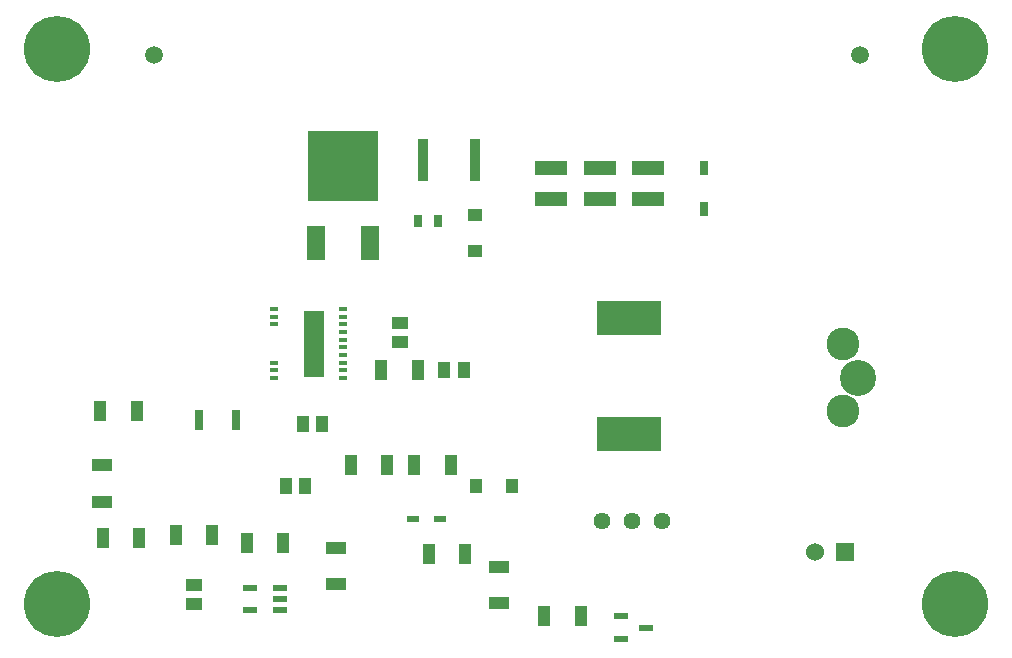
<source format=gbr>
%TF.GenerationSoftware,KiCad,Pcbnew,8.0.2*%
%TF.CreationDate,2024-09-30T17:14:49+02:00*%
%TF.ProjectId,Indicator_voltage,496e6469-6361-4746-9f72-5f766f6c7461,rev?*%
%TF.SameCoordinates,Original*%
%TF.FileFunction,Soldermask,Top*%
%TF.FilePolarity,Negative*%
%FSLAX46Y46*%
G04 Gerber Fmt 4.6, Leading zero omitted, Abs format (unit mm)*
G04 Created by KiCad (PCBNEW 8.0.2) date 2024-09-30 17:14:49*
%MOMM*%
%LPD*%
G01*
G04 APERTURE LIST*
%ADD10R,1.800000X1.050000*%
%ADD11R,1.470000X1.070000*%
%ADD12C,5.600000*%
%ADD13R,1.070000X1.470000*%
%ADD14R,5.400000X2.900000*%
%ADD15R,0.720000X1.820000*%
%ADD16R,0.910000X3.520000*%
%ADD17C,3.050000*%
%ADD18C,2.775000*%
%ADD19R,2.720000X1.260000*%
%ADD20R,1.050000X1.800000*%
%ADD21R,1.120000X1.220000*%
%ADD22R,1.530000X1.530000*%
%ADD23C,1.530000*%
%ADD24C,1.440000*%
%ADD25R,1.220000X1.120000*%
%ADD26R,0.800000X1.150000*%
%ADD27R,0.800000X1.000000*%
%ADD28R,1.300000X0.600000*%
%ADD29C,1.515000*%
%ADD30R,0.800000X0.450000*%
%ADD31R,1.780000X5.680000*%
%ADD32R,1.600000X3.000000*%
%ADD33R,6.000000X6.000000*%
%ADD34R,1.150000X0.600000*%
%ADD35R,1.050000X0.550000*%
G04 APERTURE END LIST*
D10*
%TO.C,R13*%
X79400000Y-93850000D03*
X79400000Y-96950000D03*
%TD*%
D11*
%TO.C,C2*%
X53600000Y-97020000D03*
X53600000Y-95380000D03*
%TD*%
D12*
%TO.C,*%
X118000000Y-97000000D03*
%TD*%
D13*
%TO.C,C5*%
X74780000Y-77200000D03*
X76420000Y-77200000D03*
%TD*%
D14*
%TO.C,L1*%
X90400000Y-82650000D03*
X90400000Y-72750000D03*
%TD*%
D15*
%TO.C,C4*%
X54050000Y-81400000D03*
X57150000Y-81400000D03*
%TD*%
D16*
%TO.C,C1*%
X73000000Y-59400000D03*
X77400000Y-59400000D03*
%TD*%
D17*
%TO.C,J1*%
X109840000Y-77850000D03*
D18*
X108500000Y-75000000D03*
X108500000Y-80700000D03*
%TD*%
D10*
%TO.C,R6*%
X45800000Y-88350000D03*
X45800000Y-85250000D03*
%TD*%
D19*
%TO.C,C13*%
X83800000Y-60070000D03*
X83800000Y-62730000D03*
%TD*%
D20*
%TO.C,R10*%
X76550000Y-92800000D03*
X73450000Y-92800000D03*
%TD*%
D21*
%TO.C,D2*%
X77450000Y-87000000D03*
X80550000Y-87000000D03*
%TD*%
D22*
%TO.C,J7*%
X108740000Y-92600000D03*
D23*
X106200000Y-92600000D03*
%TD*%
D20*
%TO.C,R3*%
X45650000Y-80700000D03*
X48750000Y-80700000D03*
%TD*%
D24*
%TO.C,U1*%
X93190000Y-90000000D03*
X90650000Y-90000000D03*
X88110000Y-90000000D03*
%TD*%
D25*
%TO.C,D3*%
X77400000Y-67150000D03*
X77400000Y-64050000D03*
%TD*%
D12*
%TO.C,*%
X42000000Y-50000000D03*
%TD*%
D26*
%TO.C,Z1*%
X96800000Y-63550000D03*
X96800000Y-60050000D03*
%TD*%
D20*
%TO.C,R8*%
X55150000Y-91200000D03*
X52050000Y-91200000D03*
%TD*%
D27*
%TO.C,R1*%
X72550000Y-64600000D03*
X74250000Y-64600000D03*
%TD*%
D20*
%TO.C,R4*%
X69450000Y-77200000D03*
X72550000Y-77200000D03*
%TD*%
D28*
%TO.C,Q2*%
X89750000Y-98050000D03*
X89750000Y-99950000D03*
X91850000Y-99000000D03*
%TD*%
D20*
%TO.C,R9*%
X61150000Y-91800000D03*
X58050000Y-91800000D03*
%TD*%
D12*
%TO.C,*%
X42000000Y-97000000D03*
%TD*%
D13*
%TO.C,C8*%
X63020000Y-87000000D03*
X61380000Y-87000000D03*
%TD*%
D20*
%TO.C,R7*%
X48950000Y-91400000D03*
X45850000Y-91400000D03*
%TD*%
D19*
%TO.C,C11*%
X92000000Y-60070000D03*
X92000000Y-62730000D03*
%TD*%
D29*
%TO.C,F1*%
X110000000Y-50500000D03*
X50160000Y-50500000D03*
%TD*%
D13*
%TO.C,C3*%
X64420000Y-81800000D03*
X62780000Y-81800000D03*
%TD*%
D10*
%TO.C,R11*%
X65600000Y-95350000D03*
X65600000Y-92250000D03*
%TD*%
D20*
%TO.C,R2*%
X69950000Y-85200000D03*
X66850000Y-85200000D03*
%TD*%
D30*
%TO.C,IC1*%
X60375000Y-72025000D03*
X60375000Y-72675000D03*
X60375000Y-73325000D03*
X60375000Y-76575000D03*
X60375000Y-77225000D03*
X60375000Y-77875000D03*
X66175000Y-77875000D03*
X66175000Y-77225000D03*
X66175000Y-76575000D03*
X66175000Y-75925000D03*
X66175000Y-75275000D03*
X66175000Y-74625000D03*
X66175000Y-73975000D03*
X66175000Y-73325000D03*
X66175000Y-72675000D03*
X66175000Y-72025000D03*
D31*
X63745000Y-74950000D03*
%TD*%
D32*
%TO.C,Q1*%
X63900000Y-66400000D03*
D33*
X66200000Y-59900000D03*
D32*
X68500000Y-66400000D03*
%TD*%
D12*
%TO.C,*%
X118000000Y-50000000D03*
%TD*%
D20*
%TO.C,R12*%
X83250000Y-98000000D03*
X86350000Y-98000000D03*
%TD*%
D11*
%TO.C,C10*%
X71000000Y-74820000D03*
X71000000Y-73180000D03*
%TD*%
D34*
%TO.C,CP1*%
X60900000Y-97550000D03*
X60900000Y-96600000D03*
X60900000Y-95650000D03*
X58300000Y-95650000D03*
X58300000Y-97550000D03*
%TD*%
D20*
%TO.C,R5*%
X72250000Y-85200000D03*
X75350000Y-85200000D03*
%TD*%
D19*
%TO.C,C12*%
X88000000Y-60070000D03*
X88000000Y-62730000D03*
%TD*%
D35*
%TO.C,D4*%
X72100000Y-89800000D03*
X74400000Y-89800000D03*
%TD*%
M02*

</source>
